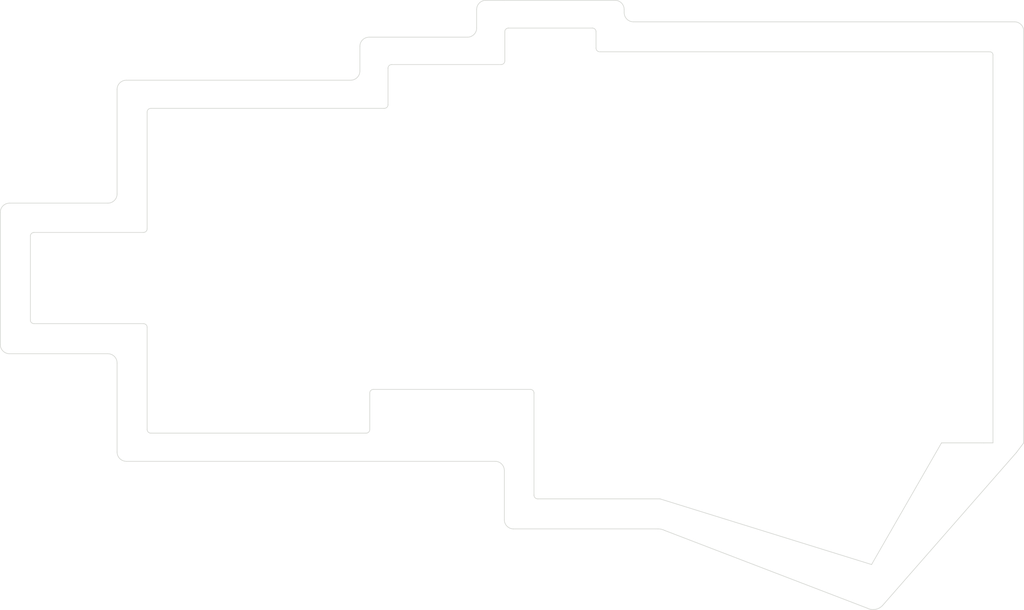
<source format=kicad_pcb>
(kicad_pcb (version 20221018) (generator pcbnew)

  (general
    (thickness 1.6)
  )

  (paper "A4")
  (layers
    (0 "F.Cu" signal)
    (31 "B.Cu" signal)
    (32 "B.Adhes" user "B.Adhesive")
    (33 "F.Adhes" user "F.Adhesive")
    (34 "B.Paste" user)
    (35 "F.Paste" user)
    (36 "B.SilkS" user "B.Silkscreen")
    (37 "F.SilkS" user "F.Silkscreen")
    (38 "B.Mask" user)
    (39 "F.Mask" user)
    (40 "Dwgs.User" user "User.Drawings")
    (41 "Cmts.User" user "User.Comments")
    (42 "Eco1.User" user "User.Eco1")
    (43 "Eco2.User" user "User.Eco2")
    (44 "Edge.Cuts" user)
    (45 "Margin" user)
    (46 "B.CrtYd" user "B.Courtyard")
    (47 "F.CrtYd" user "F.Courtyard")
    (48 "B.Fab" user)
    (49 "F.Fab" user)
    (50 "User.1" user)
    (51 "User.2" user)
    (52 "User.3" user)
    (53 "User.4" user)
    (54 "User.5" user)
    (55 "User.6" user)
    (56 "User.7" user)
    (57 "User.8" user)
    (58 "User.9" user)
  )

  (setup
    (stackup
      (layer "F.SilkS" (type "Top Silk Screen"))
      (layer "F.Paste" (type "Top Solder Paste"))
      (layer "F.Mask" (type "Top Solder Mask") (thickness 0.01))
      (layer "F.Cu" (type "copper") (thickness 0.035))
      (layer "dielectric 1" (type "core") (thickness 1.51) (material "FR4") (epsilon_r 4.5) (loss_tangent 0.02))
      (layer "B.Cu" (type "copper") (thickness 0.035))
      (layer "B.Mask" (type "Bottom Solder Mask") (thickness 0.01))
      (layer "B.Paste" (type "Bottom Solder Paste"))
      (layer "B.SilkS" (type "Bottom Silk Screen"))
      (copper_finish "None")
      (dielectric_constraints no)
    )
    (pad_to_mask_clearance 0)
    (pcbplotparams
      (layerselection 0x0001000_7ffffffe)
      (plot_on_all_layers_selection 0x0000000_00000000)
      (disableapertmacros false)
      (usegerberextensions true)
      (usegerberattributes false)
      (usegerberadvancedattributes false)
      (creategerberjobfile false)
      (dashed_line_dash_ratio 12.000000)
      (dashed_line_gap_ratio 3.000000)
      (svgprecision 6)
      (plotframeref false)
      (viasonmask false)
      (mode 1)
      (useauxorigin false)
      (hpglpennumber 1)
      (hpglpenspeed 20)
      (hpglpendiameter 15.000000)
      (dxfpolygonmode true)
      (dxfimperialunits true)
      (dxfusepcbnewfont true)
      (psnegative false)
      (psa4output false)
      (plotreference true)
      (plotvalue true)
      (plotinvisibletext false)
      (sketchpadsonfab false)
      (subtractmaskfromsilk false)
      (outputformat 5)
      (mirror false)
      (drillshape 0)
      (scaleselection 1)
      (outputdirectory "../../../../../../../Downloads/jantor-new-midplate/")
    )
  )

  (net 0 "")

  (gr_arc (start 132.4 -21.2) (mid 133.46066 -20.76066) (end 133.9 -19.7)
    (stroke (width 0.1) (type solid)) (layer "Edge.Cuts") (tstamp 0281ba5a-975e-43a0-bf02-4d4bf71111ec))
  (gr_arc (start -27.115625 27.909375) (mid -27.53547 27.73547) (end -27.709375 27.315625)
    (stroke (width 0.1) (type solid)) (layer "Edge.Cuts") (tstamp 05fb8650-70d5-4771-b7d6-b42a5adc932e))
  (gr_arc (start 30.478125 -7.715625) (mid 30.304227 -7.295773) (end 29.884375 -7.121875)
    (stroke (width 0.1) (type solid)) (layer "Edge.Cuts") (tstamp 0d1e272f-4d04-4035-b7ed-deefe6edcebb))
  (gr_line (start 127.4 47.3) (end 128.9 47.3)
    (stroke (width 0.1) (type default)) (layer "Edge.Cuts") (tstamp 0fad23d1-191d-4c87-b396-184a292ebbb3))
  (gr_line (start 120.53 47.3) (end 109.15 67.096875)
    (stroke (width 0.1) (type solid)) (layer "Edge.Cuts") (tstamp 12c51d09-b54b-425f-aa04-f1434a0317fa))
  (gr_line (start 74.7125 56.409375) (end 54.821875 56.409375)
    (stroke (width 0.1) (type solid)) (layer "Edge.Cuts") (tstamp 16074777-50ec-4fcd-bec3-1815068ab09a))
  (gr_arc (start -13.6 -10.2) (mid -13.16066 -11.26066) (end -12.1 -11.7)
    (stroke (width 0.1) (type solid)) (layer "Edge.Cuts") (tstamp 218688bd-bb85-4adc-b9d8-04e08a273e2d))
  (gr_line (start 132.73205 48.8547) (end 133.9 47.3)
    (stroke (width 0.1) (type default)) (layer "Edge.Cuts") (tstamp 230da447-96d4-4e18-9d21-96120bfd5209))
  (gr_line (start 75.518034 61.563932) (end 108.451317 74.197366)
    (stroke (width 0.1) (type solid)) (layer "Edge.Cuts") (tstamp 27ec786a-c993-4c9a-aeb1-c6fbf3519ef8))
  (gr_line (start 133.9 -19.7) (end 133.9 47.3)
    (stroke (width 0.1) (type solid)) (layer "Edge.Cuts") (tstamp 2c1fa094-f802-4f7b-941a-b31e29a06a60))
  (gr_arc (start 64.915625 -16.325) (mid 64.495782 -16.4989) (end 64.321875 -16.91875)
    (stroke (width 0.1) (type solid)) (layer "Edge.Cuts") (tstamp 2e04c139-3d8d-4bbd-8366-b1c04f2208d9))
  (gr_line (start 49.478125 -14.840625) (end 49.478125 -19.590625)
    (stroke (width 0.1) (type solid)) (layer "Edge.Cuts") (tstamp 3020572b-5780-4932-a461-20d3a94b58c6))
  (gr_line (start 127.4 47.3) (end 120.53 47.3)
    (stroke (width 0.1) (type solid)) (layer "Edge.Cuts") (tstamp 3bcca04d-961a-4c40-85ec-59d3bfc97f02))
  (gr_line (start 50.071875 -20.184375) (end 63.728125 -20.184375)
    (stroke (width 0.1) (type solid)) (layer "Edge.Cuts") (tstamp 4137c9a6-1d5b-49d2-8c3c-d61c5574abcf))
  (gr_line (start 64.321875 -19.590625) (end 64.321875 -16.91875)
    (stroke (width 0.1) (type solid)) (layer "Edge.Cuts") (tstamp 4197e197-184b-4060-9315-a3a716ad9d5a))
  (gr_arc (start 44.9 -23.2) (mid 45.33934 -24.26066) (end 46.4 -24.7)
    (stroke (width 0.1) (type solid)) (layer "Edge.Cuts") (tstamp 442f5304-84ae-4aa0-a65d-ab6cc42867f2))
  (gr_line (start -27.115625 13.065625) (end -9.303125 13.065625)
    (stroke (width 0.1) (type solid)) (layer "Edge.Cuts") (tstamp 4a2ecf41-5a9a-495a-bd44-20ff1c53f52f))
  (gr_arc (start 47.9 50.3) (mid 48.96066 50.73934) (end 49.4 51.8)
    (stroke (width 0.1) (type solid)) (layer "Edge.Cuts") (tstamp 4fbe04c8-55e5-457f-9955-be3644559b6d))
  (gr_arc (start -15.1 32.8) (mid -14.03934 33.23934) (end -13.6 34.3)
    (stroke (width 0.1) (type solid)) (layer "Edge.Cuts") (tstamp 57e4007c-ceeb-4e9c-988c-c49637da2139))
  (gr_line (start 68.9 -22.7) (end 68.9 -23.2)
    (stroke (width 0.1) (type solid)) (layer "Edge.Cuts") (tstamp 58ceb97d-f09d-4cd4-8aff-3523383345b2))
  (gr_line (start 27.509375 45.128125) (end 27.509375 39.190625)
    (stroke (width 0.1) (type solid)) (layer "Edge.Cuts") (tstamp 58d4e486-1e5a-4d41-9700-ccc2a5b67928))
  (gr_line (start 30.478125 -7.715625) (end 30.478125 -13.653125)
    (stroke (width 0.1) (type solid)) (layer "Edge.Cuts") (tstamp 5ce00d27-1c27-43f9-8397-2d14c29fdb70))
  (gr_line (start 128.9 -15.825) (end 128.9 47.3)
    (stroke (width 0.1) (type solid)) (layer "Edge.Cuts") (tstamp 5cfe59c6-3fc5-47f9-adeb-56528d569704))
  (gr_arc (start -8.709375 -6.528125) (mid -8.53547 -6.94797) (end -8.115625 -7.121875)
    (stroke (width 0.1) (type solid)) (layer "Edge.Cuts") (tstamp 5f3712bc-746a-49bc-973f-c93cf8995e82))
  (gr_arc (start 63.728125 -20.184375) (mid 64.147962 -20.010462) (end 64.321875 -19.590625)
    (stroke (width 0.1) (type solid)) (layer "Edge.Cuts") (tstamp 606655b4-40f3-42fe-94e7-953f5e4de847))
  (gr_line (start 31.071875 -14.246875) (end 48.884375 -14.246875)
    (stroke (width 0.1) (type solid)) (layer "Edge.Cuts") (tstamp 646ae507-98fb-4dd0-bef6-7da1aa02f015))
  (gr_arc (start 74.4 61.3) (mid 74.974382 61.366878) (end 75.518034 61.563932)
    (stroke (width 0.1) (type solid)) (layer "Edge.Cuts") (tstamp 69660601-3cac-47b7-951f-39fd2dc0cf4b))
  (gr_line (start -12.1 50.3) (end 47.9 50.3)
    (stroke (width 0.1) (type solid)) (layer "Edge.Cuts") (tstamp 6dc573fb-e0a8-46ef-8ead-5a396344f87f))
  (gr_arc (start 54.821875 56.409375) (mid 54.402038 56.235462) (end 54.228125 55.815625)
    (stroke (width 0.1) (type solid)) (layer "Edge.Cuts") (tstamp 6e527a48-774f-47e1-b290-e5fecfde7940))
  (gr_line (start -13.6 -10.2) (end -13.6 6.8)
    (stroke (width 0.1) (type solid)) (layer "Edge.Cuts") (tstamp 70921b80-4a63-4609-b176-62fef2423ae1))
  (gr_line (start 109.15 67.096875) (end 74.7125 56.409375)
    (stroke (width 0.1) (type solid)) (layer "Edge.Cuts") (tstamp 7b9d1605-a111-424f-bf2c-bdc6ac72ba97))
  (gr_line (start -8.709375 12.471875) (end -8.709375 -6.528125)
    (stroke (width 0.1) (type solid)) (layer "Edge.Cuts") (tstamp 7fab9913-e0b9-4924-a734-7ebb1e5a86ae))
  (gr_line (start 132.73205 48.8547) (end 110.9 73.8)
    (stroke (width 0.1) (type solid)) (layer "Edge.Cuts") (tstamp 8114ba39-e9bb-41c4-91de-99b1818ff156))
  (gr_line (start 50.9 61.3) (end 74.4 61.3)
    (stroke (width 0.1) (type solid)) (layer "Edge.Cuts") (tstamp 894ff266-3bed-4d51-a782-277a2684c80e))
  (gr_line (start -32.6 9.8) (end -32.6 31.3)
    (stroke (width 0.1) (type solid)) (layer "Edge.Cuts") (tstamp 89b5064c-ed6c-41c5-976b-b84fccb13b3a))
  (gr_arc (start 27.509375 39.190625) (mid 27.683273 38.770773) (end 28.103125 38.596875)
    (stroke (width 0.1) (type solid)) (layer "Edge.Cuts") (tstamp 8a150fcb-03f5-4c47-91a1-c3acae301dc8))
  (gr_line (start -27.115625 27.909375) (end -9.303125 27.909375)
    (stroke (width 0.1) (type solid)) (layer "Edge.Cuts") (tstamp 8b70c209-364c-423c-b2cf-5cad81048d8f))
  (gr_line (start -8.709375 45.128125) (end -8.709375 28.503125)
    (stroke (width 0.1) (type solid)) (layer "Edge.Cuts") (tstamp 8cbf1428-bf7c-43a2-9637-3f4c6d2ffd9d))
  (gr_arc (start 49.478125 -14.840625) (mid 49.304227 -14.420773) (end 48.884375 -14.246875)
    (stroke (width 0.1) (type solid)) (layer "Edge.Cuts") (tstamp 8df6d52f-bb56-4cd7-95ee-faf6dd02884e))
  (gr_arc (start 30.478125 -13.653125) (mid 30.652038 -14.072962) (end 31.071875 -14.246875)
    (stroke (width 0.1) (type solid)) (layer "Edge.Cuts") (tstamp 9108ba0f-f082-4a02-a835-c0abf0764ce0))
  (gr_line (start 24.4 -11.7) (end -12.1 -11.7)
    (stroke (width 0.1) (type solid)) (layer "Edge.Cuts") (tstamp 94b2485e-7f2e-4fca-a6e4-502d04f55b12))
  (gr_line (start 53.634375 38.596875) (end 28.103125 38.596875)
    (stroke (width 0.1) (type solid)) (layer "Edge.Cuts") (tstamp 96a56c56-74b5-41b9-b9fa-3311fd32c61a))
  (gr_arc (start -8.709375 12.471875) (mid -8.88328 12.89172) (end -9.303125 13.065625)
    (stroke (width 0.1) (type solid)) (layer "Edge.Cuts") (tstamp 9a3a0f9f-25a0-4181-8081-1c145fd53569))
  (gr_line (start 54.228125 55.815625) (end 54.228125 39.190625)
    (stroke (width 0.1) (type solid)) (layer "Edge.Cuts") (tstamp a0652589-0cb7-4119-b0d4-cacfba9523ff))
  (gr_arc (start -12.1 50.3) (mid -13.16066 49.86066) (end -13.6 48.8)
    (stroke (width 0.1) (type solid)) (layer "Edge.Cuts") (tstamp a121f28c-73f6-4d7e-b8d8-5898839a1036))
  (gr_arc (start 27.509375 45.128125) (mid 27.335462 45.547962) (end 26.915625 45.721875)
    (stroke (width 0.1) (type solid)) (layer "Edge.Cuts") (tstamp a5e92788-31f8-47b5-9001-f1154ac114fb))
  (gr_arc (start 44.9 -20.2) (mid 44.46066 -19.13934) (end 43.4 -18.7)
    (stroke (width 0.1) (type solid)) (layer "Edge.Cuts") (tstamp a68cb5bf-9ba0-46b6-a41b-341a3a9b0ad2))
  (gr_arc (start 49.478125 -19.590625) (mid 49.652038 -20.010462) (end 50.071875 -20.184375)
    (stroke (width 0.1) (type solid)) (layer "Edge.Cuts") (tstamp b239226a-66a9-4586-a259-c74263a309f4))
  (gr_line (start -15.1 8.3) (end -31.1 8.3)
    (stroke (width 0.1) (type solid)) (layer "Edge.Cuts") (tstamp b30ee230-04e8-4ce7-9ab6-e743c575f512))
  (gr_line (start 43.4 -18.7) (end 27.4 -18.7)
    (stroke (width 0.1) (type solid)) (layer "Edge.Cuts") (tstamp b55d8acc-2fc2-4f37-9502-37b84d374c79))
  (gr_arc (start 25.9 -13.2) (mid 25.46066 -12.13934) (end 24.4 -11.7)
    (stroke (width 0.1) (type solid)) (layer "Edge.Cuts") (tstamp b67b379c-b801-4870-977b-84679afb2c1d))
  (gr_line (start 49.4 -24.7) (end 46.4 -24.7)
    (stroke (width 0.1) (type solid)) (layer "Edge.Cuts") (tstamp b72c0686-5552-4514-9ca7-d20cb35bdbfa))
  (gr_arc (start -31.1 32.8) (mid -32.16066 32.36066) (end -32.6 31.3)
    (stroke (width 0.1) (type solid)) (layer "Edge.Cuts") (tstamp b7b2c7f3-7011-419a-8350-c9a63c4d631f))
  (gr_arc (start 53.634375 38.596875) (mid 54.054227 38.770773) (end 54.228125 39.190625)
    (stroke (width 0.1) (type solid)) (layer "Edge.Cuts") (tstamp bfafb4d4-9707-48c5-b03a-5cf3788ee4dd))
  (gr_line (start 67.4 -24.7) (end 49.4 -24.7)
    (stroke (width 0.1) (type solid)) (layer "Edge.Cuts") (tstamp c832d021-b150-41cf-973d-c39e149131ad))
  (gr_arc (start -9.303125 27.909375) (mid -8.88328 28.08328) (end -8.709375 28.503125)
    (stroke (width 0.1) (type solid)) (layer "Edge.Cuts") (tstamp c861e1c8-bcf2-4be4-b679-999a69364e18))
  (gr_arc (start 50.9 61.3) (mid 49.83934 60.86066) (end 49.4 59.8)
    (stroke (width 0.1) (type solid)) (layer "Edge.Cuts") (tstamp c875a719-1398-4726-b8b4-d0ccc2d7d906))
  (gr_arc (start 67.4 -24.7) (mid 68.46066 -24.26066) (end 68.9 -23.2)
    (stroke (width 0.1) (type solid)) (layer "Edge.Cuts") (tstamp c9387d19-80dd-4bc7-b99c-aef79be521d6))
  (gr_arc (start 25.9 -17.2) (mid 26.33934 -18.26066) (end 27.4 -18.7)
    (stroke (width 0.1) (type solid)) (layer "Edge.Cuts") (tstamp d03cd4fb-bf55-4f12-8cc3-2b703f84102d))
  (gr_line (start -31.1 32.8) (end -15.1 32.8)
    (stroke (width 0.1) (type solid)) (layer "Edge.Cuts") (tstamp d31700c2-4782-4904-b7c2-74817f392504))
  (gr_arc (start -32.6 9.8) (mid -32.16066 8.73934) (end -31.1 8.3)
    (stroke (width 0.1) (type solid)) (layer "Edge.Cuts") (tstamp d7f11506-3cf3-4264-a2d8-9bfd8d267030))
  (gr_line (start 44.9 -23.2) (end 44.9 -20.2)
    (stroke (width 0.1) (type solid)) (layer "Edge.Cuts") (tstamp da7d168c-d5ec-4902-bf24-a2379f5e1825))
  (gr_arc (start 70.4 -21.2) (mid 69.33934 -21.63934) (end 68.9 -22.7)
    (stroke (width 0.1) (type solid)) (layer "Edge.Cuts") (tstamp dabf01b3-d359-43af-9a66-8df30507685f))
  (gr_line (start 49.4 51.8) (end 49.4 59.8)
    (stroke (width 0.1) (type solid)) (layer "Edge.Cuts") (tstamp e15bcd9d-1b43-45b3-951d-e1d6c8b96be3))
  (gr_arc (start 110.9 73.8) (mid 109.739798 74.393929) (end 108.451317 74.197366)
    (stroke (width 0.1) (type solid)) (layer "Edge.Cuts") (tstamp e18dcd3f-34fd-4bf6-81b6-6961fac8a089))
  (gr_line (start -27.709375 13.659375) (end -27.709375 27.315625)
    (stroke (width 0.1) (type solid)) (layer "Edge.Cuts") (tstamp e1cb516e-fe6d-4857-a841-eb1a729c5a26))
  (gr_line (start 25.9 -17.2) (end 25.9 -13.2)
    (stroke (width 0.1) (type solid)) (layer "Edge.Cuts") (tstamp e5269a41-5094-401e-97ba-b6af70afd065))
  (gr_arc (start -27.709375 13.659375) (mid -27.53547 13.23953) (end -27.115625 13.065625)
    (stroke (width 0.1) (type solid)) (layer "Edge.Cuts") (tstamp e85ee967-c194-4f87-b613-7c3c5a6fdf5e))
  (gr_arc (start -13.6 6.8) (mid -14.039339 7.860661) (end -15.1 8.3)
    (stroke (width 0.1) (type solid)) (layer "Edge.Cuts") (tstamp ee29a84b-bdde-4869-8341-070f8a269ce6))
  (gr_arc (start 128.4 -16.325) (mid 128.753553 -16.178553) (end 128.9 -15.825)
    (stroke (width 0.1) (type default)) (layer "Edge.Cuts") (tstamp f1de1d31-7544-496c-ad76-68e0d7499993))
  (gr_line (start -13.6 34.3) (end -13.6 48.8)
    (stroke (width 0.1) (type solid)) (layer "Edge.Cuts") (tstamp f2c9d565-1cae-4139-bc74-0f3fd704ad88))
  (gr_line (start 70.4 -21.2) (end 132.4 -21.2)
    (stroke (width 0.1) (type solid)) (layer "Edge.Cuts") (tstamp f3e3bb31-d708-4a5f-9a22-21ca668e1668))
  (gr_line (start -8.115625 45.721875) (end 26.915625 45.721875)
    (stroke (width 0.1) (type solid)) (layer "Edge.Cuts") (tstamp f8467997-d167-4151-9d35-3d33b36ddfc7))
  (gr_arc (start -8.115625 45.721875) (mid -8.53547 45.54797) (end -8.709375 45.128125)
    (stroke (width 0.1) (type solid)) (layer "Edge.Cuts") (tstamp fa4c55ed-90ee-48f9-a7b1-fdbab8db60e8))
  (gr_line (start -8.115625 -7.121875) (end 29.884375 -7.121875)
    (stroke (width 0.1) (type solid)) (layer "Edge.Cuts") (tstamp fd7d3594-9c69-429c-b5a6-405627db1ad8))
  (gr_line (start 128.4 -16.325) (end 64.915625 -16.325)
    (stroke (width 0.1) (type solid)) (layer "Edge.Cuts") (tstamp fda86808-c296-4771-a4ca-0e97a5f2f2cd))

)

</source>
